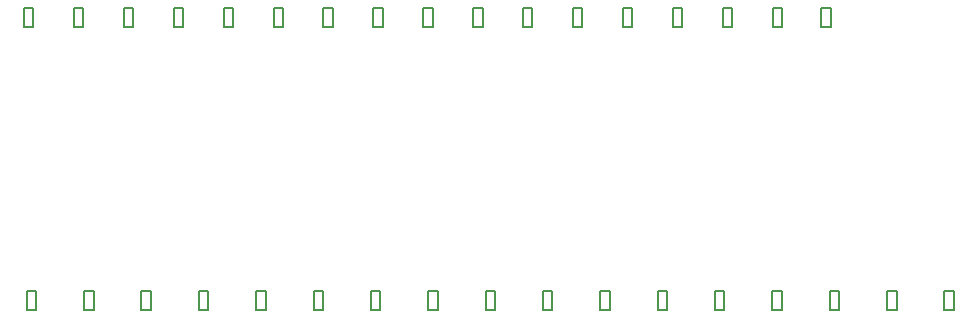
<source format=gm1>
G04*
G04 #@! TF.GenerationSoftware,Altium Limited,Altium Designer,19.0.4 (130)*
G04*
G04 Layer_Color=16711935*
%FSTAX24Y24*%
%MOIN*%
G70*
G01*
G75*
%ADD14C,0.0050*%
D14*
X027053Y023265D02*
X027367D01*
X027053Y022635D02*
X027367D01*
X027053D02*
Y023265D01*
X027367Y022635D02*
Y023265D01*
X025423D02*
X025737D01*
X025423Y022635D02*
X025737D01*
X025423D02*
Y023265D01*
X025737Y022635D02*
Y023265D01*
X023759D02*
X024074D01*
X023759Y022635D02*
X024074D01*
X023759D02*
Y023265D01*
X024074Y022635D02*
Y023265D01*
X022096D02*
X022411D01*
X022096Y022635D02*
X022411D01*
X022096D02*
Y023265D01*
X022411Y022635D02*
Y023265D01*
X020433D02*
X020747D01*
X020433Y022635D02*
X020747D01*
X020433D02*
Y023265D01*
X020747Y022635D02*
Y023265D01*
X018769D02*
X019084D01*
X018769Y022635D02*
X019084D01*
X018769D02*
Y023265D01*
X019084Y022635D02*
Y023265D01*
X017106D02*
X017421D01*
X017106Y022635D02*
X017421D01*
X017106D02*
Y023265D01*
X017421Y022635D02*
Y023265D01*
X015443D02*
X015757D01*
X015443Y022635D02*
X015757D01*
X015443D02*
Y023265D01*
X015757Y022635D02*
Y023265D01*
X013779D02*
X014094D01*
X013779Y022635D02*
X014094D01*
X013779D02*
Y023265D01*
X014094Y022635D02*
Y023265D01*
X010453D02*
X010767D01*
X010453Y022635D02*
X010767D01*
X010453D02*
Y023265D01*
X010767Y022635D02*
Y023265D01*
X008789D02*
X009104D01*
X008789Y022635D02*
X009104D01*
X008789D02*
Y023265D01*
X009104Y022635D02*
Y023265D01*
X007126D02*
X007441D01*
X007126Y022635D02*
X007441D01*
X007126D02*
Y023265D01*
X007441Y022635D02*
Y023265D01*
X005463D02*
X005777D01*
X005463Y022635D02*
X005777D01*
X005463D02*
Y023265D01*
X005777Y022635D02*
Y023265D01*
X003799D02*
X004114D01*
X003799Y022635D02*
X004114D01*
X003799D02*
Y023265D01*
X004114Y022635D02*
Y023265D01*
X002136D02*
X002451D01*
X002136Y022635D02*
X002451D01*
X002136D02*
Y023265D01*
X002451Y022635D02*
Y023265D01*
X000473D02*
X000787D01*
X000473Y022635D02*
X000787D01*
X000473D02*
Y023265D01*
X000787Y022635D02*
Y023265D01*
X031153Y013855D02*
X031467D01*
X031153Y013225D02*
X031467D01*
Y013855D01*
X031153Y013225D02*
Y013855D01*
X015858D02*
X016172D01*
X015858Y013225D02*
X016172D01*
Y013855D01*
X015858Y013225D02*
Y013855D01*
X029241D02*
X029556D01*
X029241Y013225D02*
X029556D01*
Y013855D01*
X029241Y013225D02*
Y013855D01*
X013946D02*
X014261D01*
X013946Y013225D02*
X014261D01*
Y013855D01*
X013946Y013225D02*
Y013855D01*
X027329D02*
X027644D01*
X027329Y013225D02*
X027644D01*
Y013855D01*
X027329Y013225D02*
Y013855D01*
X012034D02*
X012349D01*
X012034Y013225D02*
X012349D01*
Y013855D01*
X012034Y013225D02*
Y013855D01*
X025417D02*
X025732D01*
X025417Y013225D02*
X025732D01*
Y013855D01*
X025417Y013225D02*
Y013855D01*
X010122D02*
X010437D01*
X010122Y013225D02*
X010437D01*
Y013855D01*
X010122Y013225D02*
Y013855D01*
X023505D02*
X02382D01*
X023505Y013225D02*
X02382D01*
Y013855D01*
X023505Y013225D02*
Y013855D01*
X00821D02*
X008525D01*
X00821Y013225D02*
X008525D01*
Y013855D01*
X00821Y013225D02*
Y013855D01*
X021593D02*
X021908D01*
X021593Y013225D02*
X021908D01*
Y013855D01*
X021593Y013225D02*
Y013855D01*
X006298D02*
X006613D01*
X006298Y013225D02*
X006613D01*
Y013855D01*
X006298Y013225D02*
Y013855D01*
X019681D02*
X019996D01*
X019681Y013225D02*
X019996D01*
Y013855D01*
X019681Y013225D02*
Y013855D01*
X004386D02*
X004701D01*
X004386Y013225D02*
X004701D01*
Y013855D01*
X004386Y013225D02*
Y013855D01*
X017769D02*
X018084D01*
X017769Y013225D02*
X018084D01*
Y013855D01*
X017769Y013225D02*
Y013855D01*
X002474D02*
X002789D01*
X002474Y013225D02*
X002789D01*
Y013855D01*
X002474Y013225D02*
Y013855D01*
X000563D02*
X000877D01*
X000563Y013225D02*
X000877D01*
Y013855D01*
X000563Y013225D02*
Y013855D01*
X012431Y022635D02*
Y023265D01*
X012116Y022635D02*
Y023265D01*
Y022635D02*
X012431D01*
X012116Y023265D02*
X012431D01*
M02*

</source>
